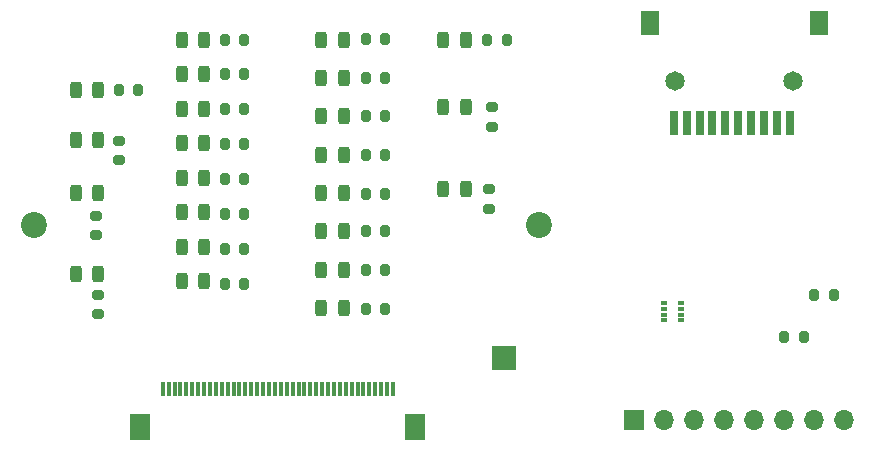
<source format=gts>
%TF.GenerationSoftware,KiCad,Pcbnew,7.0.8-7.0.8~ubuntu22.04.1*%
%TF.CreationDate,2023-10-25T08:52:20+02:00*%
%TF.ProjectId,extension-cable,65787465-6e73-4696-9f6e-2d6361626c65,rev?*%
%TF.SameCoordinates,Original*%
%TF.FileFunction,Soldermask,Top*%
%TF.FilePolarity,Negative*%
%FSLAX46Y46*%
G04 Gerber Fmt 4.6, Leading zero omitted, Abs format (unit mm)*
G04 Created by KiCad (PCBNEW 7.0.8-7.0.8~ubuntu22.04.1) date 2023-10-25 08:52:20*
%MOMM*%
%LPD*%
G01*
G04 APERTURE LIST*
G04 Aperture macros list*
%AMRoundRect*
0 Rectangle with rounded corners*
0 $1 Rounding radius*
0 $2 $3 $4 $5 $6 $7 $8 $9 X,Y pos of 4 corners*
0 Add a 4 corners polygon primitive as box body*
4,1,4,$2,$3,$4,$5,$6,$7,$8,$9,$2,$3,0*
0 Add four circle primitives for the rounded corners*
1,1,$1+$1,$2,$3*
1,1,$1+$1,$4,$5*
1,1,$1+$1,$6,$7*
1,1,$1+$1,$8,$9*
0 Add four rect primitives between the rounded corners*
20,1,$1+$1,$2,$3,$4,$5,0*
20,1,$1+$1,$4,$5,$6,$7,0*
20,1,$1+$1,$6,$7,$8,$9,0*
20,1,$1+$1,$8,$9,$2,$3,0*%
G04 Aperture macros list end*
%ADD10RoundRect,0.200000X-0.200000X-0.275000X0.200000X-0.275000X0.200000X0.275000X-0.200000X0.275000X0*%
%ADD11RoundRect,0.200000X-0.275000X0.200000X-0.275000X-0.200000X0.275000X-0.200000X0.275000X0.200000X0*%
%ADD12RoundRect,0.243750X-0.243750X-0.456250X0.243750X-0.456250X0.243750X0.456250X-0.243750X0.456250X0*%
%ADD13R,2.000000X2.000000*%
%ADD14C,1.650000*%
%ADD15R,0.800000X2.000000*%
%ADD16R,1.500000X2.000000*%
%ADD17C,2.200000*%
%ADD18RoundRect,0.200000X0.200000X0.275000X-0.200000X0.275000X-0.200000X-0.275000X0.200000X-0.275000X0*%
%ADD19R,0.300000X1.300000*%
%ADD20R,1.800000X2.200000*%
%ADD21R,1.700000X1.700000*%
%ADD22O,1.700000X1.700000*%
%ADD23R,0.609600X0.355600*%
G04 APERTURE END LIST*
D10*
X89145000Y-78507140D03*
X90795000Y-78507140D03*
X89145000Y-81458568D03*
X90795000Y-81458568D03*
D11*
X111560000Y-76405000D03*
X111560000Y-78055000D03*
D10*
X101110000Y-86530000D03*
X102760000Y-86530000D03*
D12*
X85542500Y-63750000D03*
X87417500Y-63750000D03*
X85542500Y-81292500D03*
X87417500Y-81292500D03*
X76570000Y-76700000D03*
X78445000Y-76700000D03*
X107680000Y-63750000D03*
X109555000Y-63750000D03*
D13*
X112800000Y-90740000D03*
D12*
X97352500Y-63750000D03*
X99227500Y-63750000D03*
X97352500Y-76750000D03*
X99227500Y-76750000D03*
X97352500Y-67000000D03*
X99227500Y-67000000D03*
D10*
X136525000Y-88925000D03*
X138175000Y-88925000D03*
D12*
X97352500Y-86500000D03*
X99227500Y-86500000D03*
X97352500Y-83250000D03*
X99227500Y-83250000D03*
X97352500Y-70250000D03*
X99227500Y-70250000D03*
X85542500Y-72521250D03*
X87417500Y-72521250D03*
D10*
X89145000Y-75555712D03*
X90795000Y-75555712D03*
D12*
X107680000Y-76410000D03*
X109555000Y-76410000D03*
D10*
X111385000Y-63770000D03*
X113035000Y-63770000D03*
D11*
X78450000Y-85375000D03*
X78450000Y-87025000D03*
D10*
X101110000Y-66990000D03*
X102760000Y-66990000D03*
X101115000Y-63740000D03*
X102765000Y-63740000D03*
X89145000Y-66701428D03*
X90795000Y-66701428D03*
X101110000Y-70260000D03*
X102760000Y-70260000D03*
D12*
X76570000Y-72280000D03*
X78445000Y-72280000D03*
X97352500Y-73500000D03*
X99227500Y-73500000D03*
D10*
X89145000Y-69652856D03*
X90795000Y-69652856D03*
D14*
X137310000Y-67225000D03*
X127310000Y-67225000D03*
D15*
X127160000Y-70825000D03*
D16*
X125135000Y-62325000D03*
X139485000Y-62325000D03*
D15*
X129360000Y-70825000D03*
X130460000Y-70825000D03*
X131560000Y-70825000D03*
X132660000Y-70825000D03*
X133760000Y-70825000D03*
X134860000Y-70825000D03*
X135960000Y-70825000D03*
X137060000Y-70825000D03*
X128260000Y-70825000D03*
D10*
X101110000Y-73520000D03*
X102760000Y-73520000D03*
X89145000Y-84410000D03*
X90795000Y-84410000D03*
D17*
X73000000Y-79460000D03*
D11*
X80250000Y-72305000D03*
X80250000Y-73955000D03*
D10*
X80190000Y-68020000D03*
X81840000Y-68020000D03*
D12*
X85542500Y-69597500D03*
X87417500Y-69597500D03*
X85542500Y-78368750D03*
X87417500Y-78368750D03*
D17*
X115770000Y-79460000D03*
D12*
X85542500Y-84220000D03*
X87417500Y-84220000D03*
X85542500Y-66673750D03*
X87417500Y-66673750D03*
X76570000Y-83590000D03*
X78445000Y-83590000D03*
D18*
X140725000Y-85375000D03*
X139075000Y-85375000D03*
D11*
X78235000Y-78675000D03*
X78235000Y-80325000D03*
D10*
X89145000Y-72604284D03*
X90795000Y-72604284D03*
D12*
X76582500Y-68020000D03*
X78457500Y-68020000D03*
D10*
X101110000Y-79990000D03*
X102760000Y-79990000D03*
X101110000Y-83230000D03*
X102760000Y-83230000D03*
X89145000Y-63750000D03*
X90795000Y-63750000D03*
X101110000Y-76790000D03*
X102760000Y-76790000D03*
D19*
X83910000Y-93325000D03*
X84410000Y-93325000D03*
X84910000Y-93325000D03*
X85410000Y-93325000D03*
X85910000Y-93325000D03*
X86410000Y-93325000D03*
X86910000Y-93325000D03*
X87410000Y-93325000D03*
X87910000Y-93325000D03*
X88410000Y-93325000D03*
X88910000Y-93325000D03*
X89410000Y-93325000D03*
X89910000Y-93325000D03*
X90410000Y-93325000D03*
X90910000Y-93325000D03*
X91410000Y-93325000D03*
X91910000Y-93325000D03*
X92410000Y-93325000D03*
X92910000Y-93325000D03*
X93410000Y-93325000D03*
X93910000Y-93325000D03*
X94410000Y-93325000D03*
X94910000Y-93325000D03*
X95410000Y-93325000D03*
X95910000Y-93325000D03*
X96410000Y-93325000D03*
X96910000Y-93325000D03*
X97410000Y-93325000D03*
X97910000Y-93325000D03*
X98410000Y-93325000D03*
X98910000Y-93325000D03*
X99410000Y-93325000D03*
X99910000Y-93325000D03*
X100410000Y-93325000D03*
X100910000Y-93325000D03*
X101410000Y-93325000D03*
X101910000Y-93325000D03*
X102410000Y-93325000D03*
X102910000Y-93325000D03*
X103410000Y-93325000D03*
D20*
X82010000Y-96575000D03*
X105310000Y-96575000D03*
D12*
X97352500Y-80000000D03*
X99227500Y-80000000D03*
D11*
X111810000Y-69465000D03*
X111810000Y-71115000D03*
D12*
X107680000Y-69450000D03*
X109555000Y-69450000D03*
D21*
X123820000Y-95955000D03*
D22*
X126360000Y-95955000D03*
X128900000Y-95955000D03*
X131440000Y-95955000D03*
X133980000Y-95955000D03*
X136520000Y-95955000D03*
X139060000Y-95955000D03*
X141600000Y-95955000D03*
D23*
X127760000Y-87530000D03*
X127760000Y-87029874D03*
X127760000Y-86529748D03*
X127760000Y-86029622D03*
X126363000Y-86029622D03*
X126363000Y-86529748D03*
X126363000Y-87029874D03*
X126363000Y-87530000D03*
D12*
X85542500Y-75445000D03*
X87417500Y-75445000D03*
M02*

</source>
